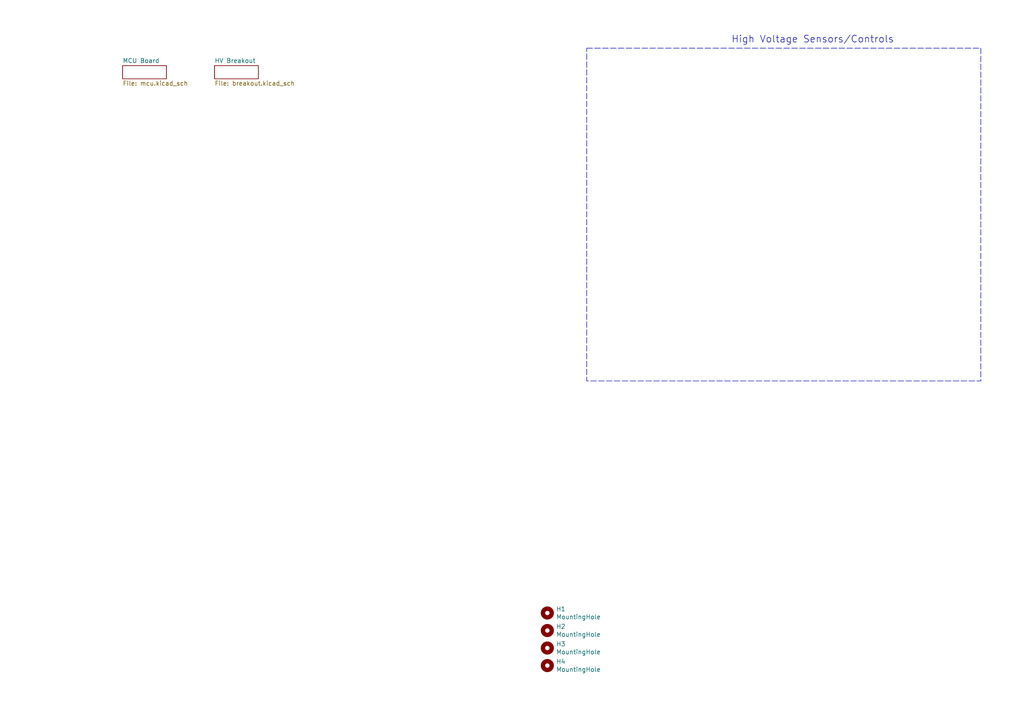
<source format=kicad_sch>
(kicad_sch (version 20230121) (generator eeschema)
  (paper "A4")
  (title_block (date "2023-10-03") (rev "1"))
  (lib_symbols
    (symbol "Mechanical:MountingHole" (pin_names (offset 1.016))
      (property "Reference" "H" (at 0 5.08 0))
      (property "Value" "MountingHole" (at 0 3.175 0))
      (symbol "MountingHole_0_1"
        (circle (center 0 0) (radius 1.27) (stroke (width 1.27)))
      )
    )
  )
  (no_connect (at -53.34 109.22))
  (rectangle (start 170.18 13.97) (end 284.48 110.49) (stroke (width 0) (type dash)))
  (text "High Voltage Sensors/Controls" (at 212.09 12.7 0) (effects (font (size 2 2)) (justify left bottom)))
  (symbol (lib_id "Mechanical:MountingHole") (at 158.75 193.04 0) (unit 1)
    (property "Reference" "H4" (at 161.29 191.8716 0) (effects (justify left)))
    (property "Value" "MountingHole" (at 161.29 194.183 0) (effects (justify left)))
    (property "Footprint" "MountingHole:MountingHole_4.3mm_M4" (effects hide))
  )
  (symbol (lib_id "Mechanical:MountingHole") (at 158.75 177.8 0) (unit 1)
    (property "Reference" "H1" (at 161.29 176.6316 0) (effects (justify left)))
    (property "Value" "MountingHole" (at 161.29 178.943 0) (effects (justify left)))
    (property "Footprint" "MountingHole:MountingHole_4.3mm_M4" (effects hide))
  )
  (symbol (lib_id "Mechanical:MountingHole") (at 158.75 182.88 0) (unit 1)
    (property "Reference" "H2" (at 161.29 181.7116 0) (effects (justify left)))
    (property "Value" "MountingHole" (at 161.29 184.023 0) (effects (justify left)))
    (property "Footprint" "MountingHole:MountingHole_4.3mm_M4" (effects hide))
  )
  (symbol (lib_id "Mechanical:MountingHole") (at 158.75 187.96 0) (unit 1)
    (property "Reference" "H3" (at 161.29 186.7916 0) (effects (justify left)))
    (property "Value" "MountingHole" (at 161.29 189.103 0) (effects (justify left)))
    (property "Footprint" "MountingHole:MountingHole_4.3mm_M4" (effects hide))
  )
  (sheet (at 35.56 19.05) (size 12.7 3.81) (stroke (width 0.1524))
    (property "Sheetname" "MCU Board" (at 35.56 18.3384 0) (effects (justify left bottom)))
    (property "Sheetfile" "mcu.kicad_sch" (at 35.56 23.4446 0) (effects (justify left top)))
  )
  (sheet (at 62.23 19.05) (size 12.7 3.81) (stroke (width 0.1524))
    (property "Sheetname" "HV Breakout" (at 62.23 18.3384 0) (effects (justify left bottom)))
    (property "Sheetfile" "breakout.kicad_sch" (at 62.23 23.4446 0) (effects (justify left top)))
  )
)
</source>
